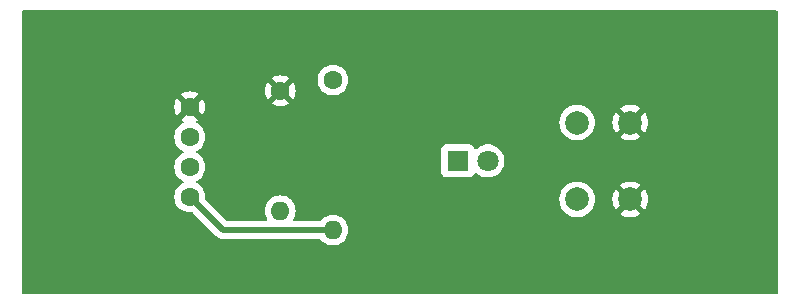
<source format=gbr>
%TF.GenerationSoftware,KiCad,Pcbnew,7.0.2*%
%TF.CreationDate,2023-06-29T18:38:04+09:00*%
%TF.ProjectId,laserpointer,6c617365-7270-46f6-996e-7465722e6b69,rev?*%
%TF.SameCoordinates,Original*%
%TF.FileFunction,Copper,L2,Bot*%
%TF.FilePolarity,Positive*%
%FSLAX46Y46*%
G04 Gerber Fmt 4.6, Leading zero omitted, Abs format (unit mm)*
G04 Created by KiCad (PCBNEW 7.0.2) date 2023-06-29 18:38:04*
%MOMM*%
%LPD*%
G01*
G04 APERTURE LIST*
%TA.AperFunction,ComponentPad*%
%ADD10C,2.000000*%
%TD*%
%TA.AperFunction,ComponentPad*%
%ADD11C,1.600000*%
%TD*%
%TA.AperFunction,ComponentPad*%
%ADD12O,1.600000X1.600000*%
%TD*%
%TA.AperFunction,ComponentPad*%
%ADD13R,1.800000X1.800000*%
%TD*%
%TA.AperFunction,ComponentPad*%
%ADD14C,1.800000*%
%TD*%
%TA.AperFunction,Conductor*%
%ADD15C,0.500000*%
%TD*%
G04 APERTURE END LIST*
D10*
%TO.P,SW1,1,1*%
%TO.N,SW*%
X145850000Y-79100000D03*
X145850000Y-72600000D03*
%TO.P,SW1,2,2*%
%TO.N,GND*%
X150350000Y-79100000D03*
X150350000Y-72600000D03*
%TD*%
D11*
%TO.P,330,1*%
%TO.N,GND*%
X120720000Y-69910000D03*
D12*
%TO.P,330,2*%
%TO.N,Net-(D1-K)*%
X120720000Y-80070000D03*
%TD*%
D11*
%TO.P,REF\u002A\u002A,1*%
%TO.N,+5V*%
X113060000Y-78890000D03*
%TO.P,REF\u002A\u002A,2*%
%TO.N,LED*%
X113060000Y-76350000D03*
%TO.P,REF\u002A\u002A,3*%
%TO.N,SW*%
X113060000Y-73810000D03*
%TO.P,REF\u002A\u002A,4*%
%TO.N,GND*%
X113060000Y-71270000D03*
%TD*%
%TO.P,10k,1*%
%TO.N,SW*%
X125180000Y-69000000D03*
D12*
%TO.P,10k,2*%
%TO.N,+5V*%
X125180000Y-81700000D03*
%TD*%
D13*
%TO.P,D1,1,K*%
%TO.N,Net-(D1-K)*%
X135750000Y-75850000D03*
D14*
%TO.P,D1,2,A*%
%TO.N,LED*%
X138290000Y-75850000D03*
%TD*%
D15*
%TO.N,+5V*%
X113060000Y-78890000D02*
X115870000Y-81700000D01*
X115870000Y-81700000D02*
X125180000Y-81700000D01*
%TD*%
%TA.AperFunction,Conductor*%
%TO.N,GND*%
G36*
X162792539Y-63120185D02*
G01*
X162838294Y-63172989D01*
X162849500Y-63224500D01*
X162849500Y-86975500D01*
X162829815Y-87042539D01*
X162777011Y-87088294D01*
X162725500Y-87099500D01*
X98974500Y-87099500D01*
X98907461Y-87079815D01*
X98861706Y-87027011D01*
X98850500Y-86975500D01*
X98850500Y-78890000D01*
X111754531Y-78890000D01*
X111774364Y-79116689D01*
X111833261Y-79336497D01*
X111929432Y-79542735D01*
X112059953Y-79729140D01*
X112220859Y-79890046D01*
X112407264Y-80020567D01*
X112407265Y-80020567D01*
X112407266Y-80020568D01*
X112613504Y-80116739D01*
X112833308Y-80175635D01*
X112984435Y-80188856D01*
X113059999Y-80195468D01*
X113059999Y-80195467D01*
X113060000Y-80195468D01*
X113226861Y-80180869D01*
X113295359Y-80194635D01*
X113325348Y-80216716D01*
X115294267Y-82185634D01*
X115306048Y-82199266D01*
X115320389Y-82218529D01*
X115358339Y-82250373D01*
X115366314Y-82257681D01*
X115370223Y-82261590D01*
X115373055Y-82263829D01*
X115373065Y-82263838D01*
X115394542Y-82280819D01*
X115397298Y-82283063D01*
X115454786Y-82331302D01*
X115454788Y-82331303D01*
X115455757Y-82332116D01*
X115472179Y-82342578D01*
X115541320Y-82374819D01*
X115544567Y-82376391D01*
X115612700Y-82410609D01*
X115631088Y-82417000D01*
X115632322Y-82417254D01*
X115632327Y-82417257D01*
X115705829Y-82432432D01*
X115709307Y-82433204D01*
X115756866Y-82444476D01*
X115783502Y-82450790D01*
X115802876Y-82452769D01*
X115804140Y-82452732D01*
X115804144Y-82452733D01*
X115879110Y-82450552D01*
X115882716Y-82450500D01*
X124053337Y-82450500D01*
X124120376Y-82470185D01*
X124154912Y-82503377D01*
X124179953Y-82539140D01*
X124340859Y-82700046D01*
X124527264Y-82830567D01*
X124527265Y-82830567D01*
X124527266Y-82830568D01*
X124733504Y-82926739D01*
X124953308Y-82985635D01*
X125104436Y-82998856D01*
X125179999Y-83005468D01*
X125179999Y-83005467D01*
X125180000Y-83005468D01*
X125406692Y-82985635D01*
X125626496Y-82926739D01*
X125832734Y-82830568D01*
X126019139Y-82700047D01*
X126180047Y-82539139D01*
X126310568Y-82352734D01*
X126406739Y-82146496D01*
X126465635Y-81926692D01*
X126485468Y-81700000D01*
X126465635Y-81473308D01*
X126406739Y-81253504D01*
X126310568Y-81047266D01*
X126242113Y-80949500D01*
X126180046Y-80860859D01*
X126019140Y-80699953D01*
X125832735Y-80569432D01*
X125626497Y-80473261D01*
X125406689Y-80414364D01*
X125179999Y-80394531D01*
X124953310Y-80414364D01*
X124733502Y-80473261D01*
X124527264Y-80569432D01*
X124340859Y-80699953D01*
X124179953Y-80860859D01*
X124154912Y-80896623D01*
X124100336Y-80940248D01*
X124053337Y-80949500D01*
X121929987Y-80949500D01*
X121862948Y-80929815D01*
X121817193Y-80877011D01*
X121807249Y-80807853D01*
X121828411Y-80754378D01*
X121831564Y-80749873D01*
X121850568Y-80722734D01*
X121946739Y-80516496D01*
X122005635Y-80296692D01*
X122025468Y-80070000D01*
X122005635Y-79843308D01*
X121946739Y-79623504D01*
X121850568Y-79417266D01*
X121801881Y-79347732D01*
X121720046Y-79230859D01*
X121589186Y-79099999D01*
X144344356Y-79099999D01*
X144364891Y-79347816D01*
X144364891Y-79347819D01*
X144364892Y-79347821D01*
X144425937Y-79588881D01*
X144470960Y-79691523D01*
X144525825Y-79816604D01*
X144525827Y-79816607D01*
X144661836Y-80024785D01*
X144830256Y-80207738D01*
X144830259Y-80207740D01*
X145026485Y-80360470D01*
X145026487Y-80360471D01*
X145026491Y-80360474D01*
X145245190Y-80478828D01*
X145480386Y-80559571D01*
X145725665Y-80600500D01*
X145974335Y-80600500D01*
X146219614Y-80559571D01*
X146454810Y-80478828D01*
X146673509Y-80360474D01*
X146869744Y-80207738D01*
X147038164Y-80024785D01*
X147174173Y-79816607D01*
X147274063Y-79588881D01*
X147335108Y-79347821D01*
X147355643Y-79100000D01*
X148844858Y-79100000D01*
X148865386Y-79347732D01*
X148926413Y-79588721D01*
X149026268Y-79816370D01*
X149126563Y-79969882D01*
X149126564Y-79969882D01*
X149824070Y-79272375D01*
X149826884Y-79285915D01*
X149896442Y-79420156D01*
X149999638Y-79530652D01*
X150128819Y-79609209D01*
X150180002Y-79623549D01*
X149479942Y-80323609D01*
X149479942Y-80323610D01*
X149526766Y-80360055D01*
X149745393Y-80478368D01*
X149980506Y-80559083D01*
X150225707Y-80600000D01*
X150474293Y-80600000D01*
X150719493Y-80559083D01*
X150954606Y-80478368D01*
X151173233Y-80360053D01*
X151220056Y-80323609D01*
X150521568Y-79625121D01*
X150638458Y-79574349D01*
X150755739Y-79478934D01*
X150842928Y-79355415D01*
X150873354Y-79269802D01*
X151573434Y-79969882D01*
X151673730Y-79816369D01*
X151773586Y-79588721D01*
X151834613Y-79347732D01*
X151855141Y-79099999D01*
X151834613Y-78852267D01*
X151773586Y-78611278D01*
X151673730Y-78383630D01*
X151573434Y-78230116D01*
X150875929Y-78927622D01*
X150873116Y-78914085D01*
X150803558Y-78779844D01*
X150700362Y-78669348D01*
X150571181Y-78590791D01*
X150519996Y-78576449D01*
X151220056Y-77876389D01*
X151220056Y-77876387D01*
X151173235Y-77839947D01*
X150954606Y-77721631D01*
X150719493Y-77640916D01*
X150474293Y-77600000D01*
X150225707Y-77600000D01*
X149980506Y-77640916D01*
X149745393Y-77721631D01*
X149526764Y-77839946D01*
X149479942Y-77876388D01*
X149479942Y-77876390D01*
X150178430Y-78574879D01*
X150061542Y-78625651D01*
X149944261Y-78721066D01*
X149857072Y-78844585D01*
X149826645Y-78930196D01*
X149126564Y-78230117D01*
X149026266Y-78383634D01*
X148926413Y-78611278D01*
X148865386Y-78852267D01*
X148844858Y-79100000D01*
X147355643Y-79100000D01*
X147335108Y-78852179D01*
X147274063Y-78611119D01*
X147174173Y-78383393D01*
X147038164Y-78175215D01*
X146869744Y-77992262D01*
X146738298Y-77889953D01*
X146673514Y-77839529D01*
X146673510Y-77839526D01*
X146673509Y-77839526D01*
X146454810Y-77721172D01*
X146454806Y-77721170D01*
X146454805Y-77721170D01*
X146219615Y-77640429D01*
X145974335Y-77599500D01*
X145725665Y-77599500D01*
X145480384Y-77640429D01*
X145245194Y-77721170D01*
X145026485Y-77839529D01*
X144830259Y-77992259D01*
X144661837Y-78175214D01*
X144525825Y-78383395D01*
X144452746Y-78550000D01*
X144425937Y-78611119D01*
X144383210Y-78779844D01*
X144364891Y-78852183D01*
X144344356Y-79099999D01*
X121589186Y-79099999D01*
X121559140Y-79069953D01*
X121372735Y-78939432D01*
X121166497Y-78843261D01*
X120946689Y-78784364D01*
X120719999Y-78764531D01*
X120493310Y-78784364D01*
X120273502Y-78843261D01*
X120067264Y-78939432D01*
X119880859Y-79069953D01*
X119719953Y-79230859D01*
X119589432Y-79417264D01*
X119493261Y-79623502D01*
X119434364Y-79843310D01*
X119414531Y-80070000D01*
X119434364Y-80296689D01*
X119493261Y-80516497D01*
X119589432Y-80722734D01*
X119611589Y-80754378D01*
X119633916Y-80820584D01*
X119616904Y-80888351D01*
X119565956Y-80936164D01*
X119510013Y-80949500D01*
X116232230Y-80949500D01*
X116165191Y-80929815D01*
X116144549Y-80913181D01*
X114386716Y-79155348D01*
X114353231Y-79094025D01*
X114350869Y-79056863D01*
X114365468Y-78890000D01*
X114345635Y-78663308D01*
X114286739Y-78443504D01*
X114190568Y-78237266D01*
X114185563Y-78230117D01*
X114060046Y-78050859D01*
X113899140Y-77889953D01*
X113712733Y-77759431D01*
X113654725Y-77732382D01*
X113602285Y-77686210D01*
X113583133Y-77619017D01*
X113603348Y-77552135D01*
X113654725Y-77507618D01*
X113712734Y-77480568D01*
X113899139Y-77350047D01*
X114060047Y-77189139D01*
X114190568Y-77002734D01*
X114286739Y-76796496D01*
X114287253Y-76794578D01*
X134349500Y-76794578D01*
X134349501Y-76797872D01*
X134355909Y-76857483D01*
X134406204Y-76992331D01*
X134492454Y-77107546D01*
X134607669Y-77193796D01*
X134742517Y-77244091D01*
X134802127Y-77250500D01*
X136697872Y-77250499D01*
X136757483Y-77244091D01*
X136892331Y-77193796D01*
X137007546Y-77107546D01*
X137093796Y-76992331D01*
X137122455Y-76915491D01*
X137164325Y-76859559D01*
X137229789Y-76835141D01*
X137298062Y-76849992D01*
X137329864Y-76874840D01*
X137338216Y-76883913D01*
X137521374Y-77026470D01*
X137725497Y-77136936D01*
X137835258Y-77174617D01*
X137945015Y-77212297D01*
X137945017Y-77212297D01*
X137945019Y-77212298D01*
X138173951Y-77250500D01*
X138173952Y-77250500D01*
X138406048Y-77250500D01*
X138406049Y-77250500D01*
X138634981Y-77212298D01*
X138854503Y-77136936D01*
X139058626Y-77026470D01*
X139241784Y-76883913D01*
X139398979Y-76713153D01*
X139525924Y-76518849D01*
X139619157Y-76306300D01*
X139676134Y-76081305D01*
X139695300Y-75850000D01*
X139676134Y-75618695D01*
X139619157Y-75393700D01*
X139525924Y-75181151D01*
X139398979Y-74986847D01*
X139241784Y-74816087D01*
X139058626Y-74673530D01*
X138854503Y-74563064D01*
X138854499Y-74563062D01*
X138854498Y-74563062D01*
X138634984Y-74487702D01*
X138444456Y-74455909D01*
X138406049Y-74449500D01*
X138173951Y-74449500D01*
X138135544Y-74455909D01*
X137945015Y-74487702D01*
X137725501Y-74563062D01*
X137521372Y-74673531D01*
X137338213Y-74816089D01*
X137329863Y-74825160D01*
X137269975Y-74861148D01*
X137200137Y-74859046D01*
X137142522Y-74819520D01*
X137122455Y-74784510D01*
X137093796Y-74707669D01*
X137007546Y-74592454D01*
X136892331Y-74506204D01*
X136757483Y-74455909D01*
X136697873Y-74449500D01*
X136694550Y-74449500D01*
X134805439Y-74449500D01*
X134805420Y-74449500D01*
X134802128Y-74449501D01*
X134798848Y-74449853D01*
X134798840Y-74449854D01*
X134742515Y-74455909D01*
X134607669Y-74506204D01*
X134492454Y-74592454D01*
X134406204Y-74707668D01*
X134362383Y-74825160D01*
X134355909Y-74842517D01*
X134349500Y-74902127D01*
X134349500Y-74905448D01*
X134349500Y-74905449D01*
X134349500Y-76794560D01*
X134349500Y-76794578D01*
X114287253Y-76794578D01*
X114345635Y-76576692D01*
X114365468Y-76350000D01*
X114345635Y-76123308D01*
X114286739Y-75903504D01*
X114190568Y-75697266D01*
X114135553Y-75618695D01*
X114060046Y-75510859D01*
X113899140Y-75349953D01*
X113712736Y-75219433D01*
X113654723Y-75192381D01*
X113602284Y-75146208D01*
X113583133Y-75079014D01*
X113603349Y-75012133D01*
X113654721Y-74967619D01*
X113712734Y-74940568D01*
X113899139Y-74810047D01*
X114060047Y-74649139D01*
X114190568Y-74462734D01*
X114286739Y-74256496D01*
X114345635Y-74036692D01*
X114365468Y-73810000D01*
X114345635Y-73583308D01*
X114286739Y-73363504D01*
X114190568Y-73157266D01*
X114185481Y-73150000D01*
X114060046Y-72970859D01*
X113899140Y-72809953D01*
X113712736Y-72679433D01*
X113712730Y-72679430D01*
X113654132Y-72652105D01*
X113601695Y-72605933D01*
X113600004Y-72600000D01*
X144344356Y-72600000D01*
X144364891Y-72847816D01*
X144364891Y-72847819D01*
X144364892Y-72847821D01*
X144425937Y-73088881D01*
X144470960Y-73191523D01*
X144525825Y-73316604D01*
X144525827Y-73316607D01*
X144661836Y-73524785D01*
X144830256Y-73707738D01*
X144830259Y-73707740D01*
X145026485Y-73860470D01*
X145026487Y-73860471D01*
X145026491Y-73860474D01*
X145245190Y-73978828D01*
X145480386Y-74059571D01*
X145725665Y-74100500D01*
X145974335Y-74100500D01*
X146219614Y-74059571D01*
X146454810Y-73978828D01*
X146673509Y-73860474D01*
X146869744Y-73707738D01*
X147038164Y-73524785D01*
X147174173Y-73316607D01*
X147274063Y-73088881D01*
X147335108Y-72847821D01*
X147355643Y-72600000D01*
X147355643Y-72599999D01*
X148844858Y-72599999D01*
X148865386Y-72847732D01*
X148926413Y-73088721D01*
X149026268Y-73316370D01*
X149126563Y-73469882D01*
X149126564Y-73469882D01*
X149824070Y-72772376D01*
X149826884Y-72785915D01*
X149896442Y-72920156D01*
X149999638Y-73030652D01*
X150128819Y-73109209D01*
X150180002Y-73123549D01*
X149479942Y-73823609D01*
X149479942Y-73823610D01*
X149526766Y-73860055D01*
X149745393Y-73978368D01*
X149980506Y-74059083D01*
X150225707Y-74100000D01*
X150474293Y-74100000D01*
X150719493Y-74059083D01*
X150954606Y-73978368D01*
X151173233Y-73860053D01*
X151220056Y-73823609D01*
X150521568Y-73125121D01*
X150638458Y-73074349D01*
X150755739Y-72978934D01*
X150842928Y-72855415D01*
X150873354Y-72769802D01*
X151573434Y-73469882D01*
X151673730Y-73316369D01*
X151773586Y-73088721D01*
X151834613Y-72847732D01*
X151855141Y-72600000D01*
X151834613Y-72352267D01*
X151773586Y-72111278D01*
X151673730Y-71883630D01*
X151573434Y-71730116D01*
X150875929Y-72427622D01*
X150873116Y-72414085D01*
X150803558Y-72279844D01*
X150700362Y-72169348D01*
X150571181Y-72090791D01*
X150519997Y-72076450D01*
X151220057Y-71376390D01*
X151220056Y-71376388D01*
X151173235Y-71339947D01*
X150954606Y-71221631D01*
X150719493Y-71140916D01*
X150474293Y-71100000D01*
X150225707Y-71100000D01*
X149980506Y-71140916D01*
X149745393Y-71221631D01*
X149526764Y-71339946D01*
X149479942Y-71376388D01*
X149479942Y-71376390D01*
X150178431Y-72074878D01*
X150061542Y-72125651D01*
X149944261Y-72221066D01*
X149857072Y-72344585D01*
X149826645Y-72430197D01*
X149126564Y-71730116D01*
X149026266Y-71883634D01*
X148926413Y-72111278D01*
X148865386Y-72352267D01*
X148844858Y-72599999D01*
X147355643Y-72599999D01*
X147335108Y-72352179D01*
X147274063Y-72111119D01*
X147174173Y-71883393D01*
X147038164Y-71675215D01*
X146869744Y-71492262D01*
X146847612Y-71475036D01*
X146673514Y-71339529D01*
X146673510Y-71339526D01*
X146673509Y-71339526D01*
X146454810Y-71221172D01*
X146454806Y-71221170D01*
X146454805Y-71221170D01*
X146219615Y-71140429D01*
X145974335Y-71099500D01*
X145725665Y-71099500D01*
X145480384Y-71140429D01*
X145245194Y-71221170D01*
X145026485Y-71339529D01*
X144830259Y-71492259D01*
X144661837Y-71675214D01*
X144525825Y-71883395D01*
X144452746Y-72050000D01*
X144425937Y-72111119D01*
X144391667Y-72246447D01*
X144364891Y-72352183D01*
X144344356Y-72600000D01*
X113600004Y-72600000D01*
X113582543Y-72538739D01*
X113602759Y-72471858D01*
X113654135Y-72427342D01*
X113712479Y-72400136D01*
X113785472Y-72349025D01*
X113104401Y-71667953D01*
X113185148Y-71655165D01*
X113298045Y-71597641D01*
X113387641Y-71508045D01*
X113445165Y-71395148D01*
X113457953Y-71314399D01*
X114139025Y-71995472D01*
X114190134Y-71922480D01*
X114286266Y-71716326D01*
X114345141Y-71496602D01*
X114364966Y-71269999D01*
X114345141Y-71043397D01*
X114286266Y-70823673D01*
X114190133Y-70617515D01*
X114139025Y-70544526D01*
X113457953Y-71225597D01*
X113445165Y-71144852D01*
X113387641Y-71031955D01*
X113298045Y-70942359D01*
X113185148Y-70884835D01*
X113104400Y-70872046D01*
X113785472Y-70190974D01*
X113785471Y-70190972D01*
X113712484Y-70139866D01*
X113506326Y-70043733D01*
X113286602Y-69984858D01*
X113060000Y-69965033D01*
X112833397Y-69984858D01*
X112613672Y-70043733D01*
X112407516Y-70139865D01*
X112334527Y-70190973D01*
X112334526Y-70190973D01*
X113015600Y-70872046D01*
X112934852Y-70884835D01*
X112821955Y-70942359D01*
X112732359Y-71031955D01*
X112674835Y-71144852D01*
X112662046Y-71225599D01*
X111980973Y-70544526D01*
X111980973Y-70544527D01*
X111929865Y-70617516D01*
X111833733Y-70823672D01*
X111774858Y-71043397D01*
X111755033Y-71269999D01*
X111774858Y-71496602D01*
X111833733Y-71716326D01*
X111929866Y-71922484D01*
X111980972Y-71995471D01*
X111980974Y-71995472D01*
X112662046Y-71314399D01*
X112674835Y-71395148D01*
X112732359Y-71508045D01*
X112821955Y-71597641D01*
X112934852Y-71655165D01*
X113015599Y-71667953D01*
X112334526Y-72349025D01*
X112334526Y-72349026D01*
X112407515Y-72400133D01*
X112465865Y-72427342D01*
X112518304Y-72473514D01*
X112537456Y-72540708D01*
X112517240Y-72607589D01*
X112465866Y-72652105D01*
X112407267Y-72679430D01*
X112220859Y-72809953D01*
X112059953Y-72970859D01*
X111929432Y-73157264D01*
X111833261Y-73363502D01*
X111774364Y-73583310D01*
X111754531Y-73809999D01*
X111774364Y-74036689D01*
X111833261Y-74256497D01*
X111929432Y-74462735D01*
X112059953Y-74649140D01*
X112220859Y-74810046D01*
X112352366Y-74902127D01*
X112407266Y-74940568D01*
X112465275Y-74967618D01*
X112517714Y-75013791D01*
X112536865Y-75080985D01*
X112516649Y-75147866D01*
X112465275Y-75192382D01*
X112407263Y-75219433D01*
X112220859Y-75349953D01*
X112059953Y-75510859D01*
X111929432Y-75697264D01*
X111833261Y-75903502D01*
X111774364Y-76123310D01*
X111754531Y-76349999D01*
X111774364Y-76576689D01*
X111833261Y-76796497D01*
X111929432Y-77002735D01*
X112059953Y-77189140D01*
X112220859Y-77350046D01*
X112407263Y-77480566D01*
X112407266Y-77480568D01*
X112465275Y-77507618D01*
X112517714Y-77553791D01*
X112536865Y-77620985D01*
X112516649Y-77687866D01*
X112465275Y-77732382D01*
X112407263Y-77759433D01*
X112220859Y-77889953D01*
X112059953Y-78050859D01*
X111929432Y-78237264D01*
X111833261Y-78443502D01*
X111774364Y-78663310D01*
X111754531Y-78890000D01*
X98850500Y-78890000D01*
X98850500Y-69910000D01*
X119415033Y-69910000D01*
X119434858Y-70136602D01*
X119493733Y-70356326D01*
X119589866Y-70562484D01*
X119640972Y-70635471D01*
X119640974Y-70635472D01*
X120322046Y-69954399D01*
X120334835Y-70035148D01*
X120392359Y-70148045D01*
X120481955Y-70237641D01*
X120594852Y-70295165D01*
X120675599Y-70307953D01*
X119994526Y-70989025D01*
X119994526Y-70989026D01*
X120067515Y-71040133D01*
X120273673Y-71136266D01*
X120493397Y-71195141D01*
X120719999Y-71214966D01*
X120946602Y-71195141D01*
X121166326Y-71136266D01*
X121372480Y-71040134D01*
X121445472Y-70989025D01*
X120764401Y-70307953D01*
X120845148Y-70295165D01*
X120958045Y-70237641D01*
X121047641Y-70148045D01*
X121105165Y-70035148D01*
X121117953Y-69954400D01*
X121799025Y-70635472D01*
X121850134Y-70562480D01*
X121946266Y-70356326D01*
X122005141Y-70136602D01*
X122024966Y-69910000D01*
X122005141Y-69683397D01*
X121946266Y-69463673D01*
X121850133Y-69257515D01*
X121799025Y-69184526D01*
X121117953Y-69865598D01*
X121105165Y-69784852D01*
X121047641Y-69671955D01*
X120958045Y-69582359D01*
X120845148Y-69524835D01*
X120764400Y-69512046D01*
X121276447Y-68999999D01*
X123874531Y-68999999D01*
X123894364Y-69226689D01*
X123953261Y-69446497D01*
X124049432Y-69652735D01*
X124179953Y-69839140D01*
X124340859Y-70000046D01*
X124527264Y-70130567D01*
X124527265Y-70130567D01*
X124527266Y-70130568D01*
X124733504Y-70226739D01*
X124953308Y-70285635D01*
X125104436Y-70298856D01*
X125179999Y-70305468D01*
X125179999Y-70305467D01*
X125180000Y-70305468D01*
X125406692Y-70285635D01*
X125626496Y-70226739D01*
X125832734Y-70130568D01*
X126019139Y-70000047D01*
X126180047Y-69839139D01*
X126310568Y-69652734D01*
X126406739Y-69446496D01*
X126465635Y-69226692D01*
X126485468Y-69000000D01*
X126465635Y-68773308D01*
X126406739Y-68553504D01*
X126310568Y-68347266D01*
X126180047Y-68160861D01*
X126180046Y-68160859D01*
X126019140Y-67999953D01*
X125832735Y-67869432D01*
X125626497Y-67773261D01*
X125406689Y-67714364D01*
X125179999Y-67694531D01*
X124953310Y-67714364D01*
X124733502Y-67773261D01*
X124527264Y-67869432D01*
X124340859Y-67999953D01*
X124179953Y-68160859D01*
X124049432Y-68347264D01*
X123953261Y-68553502D01*
X123894364Y-68773310D01*
X123874531Y-68999999D01*
X121276447Y-68999999D01*
X121445472Y-68830974D01*
X121445471Y-68830972D01*
X121372484Y-68779866D01*
X121166326Y-68683733D01*
X120946602Y-68624858D01*
X120720000Y-68605033D01*
X120493397Y-68624858D01*
X120273672Y-68683733D01*
X120067516Y-68779865D01*
X119994527Y-68830973D01*
X119994526Y-68830973D01*
X120675600Y-69512046D01*
X120594852Y-69524835D01*
X120481955Y-69582359D01*
X120392359Y-69671955D01*
X120334835Y-69784852D01*
X120322046Y-69865599D01*
X119640973Y-69184526D01*
X119640973Y-69184527D01*
X119589865Y-69257516D01*
X119493733Y-69463672D01*
X119434858Y-69683397D01*
X119415033Y-69910000D01*
X98850500Y-69910000D01*
X98850500Y-63224500D01*
X98870185Y-63157461D01*
X98922989Y-63111706D01*
X98974500Y-63100500D01*
X162725500Y-63100500D01*
X162792539Y-63120185D01*
G37*
%TD.AperFunction*%
%TD*%
M02*

</source>
